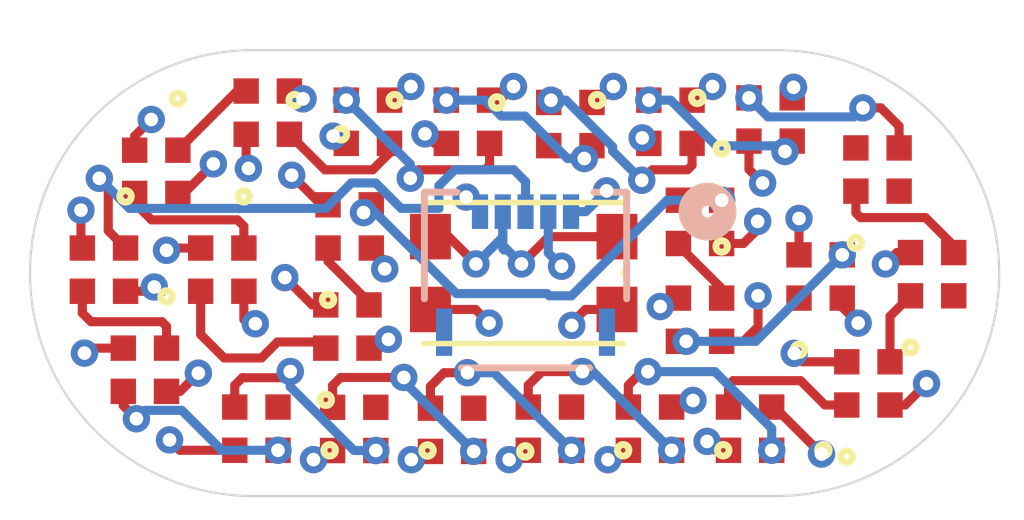
<source format=kicad_pcb>
(kicad_pcb (version 20241229) (generator "pcbnew") (generator_version "9.0")
  (layers (0 "F.Cu" signal) (4 "In1.Cu" signal) (6 "In2.Cu" signal) (2 "B.Cu" signal) (13 "F.Paste" user) (15 "B.Paste" user) (5 "F.SilkS" user "F.Silkscreen") (7 "B.SilkS" user "B.Silkscreen") (1 "F.Mask" user) (3 "B.Mask" user) (25 "Edge.Cuts" user))
  (net 0 "")
  (net 1 "GND")
  (net 2 "+3.3V")
  (net 3 "Net-(D1-DOUT)")
  (net 4 "/LED_DATA")
  (net 5 "Net-(D2-DOUT)")
  (net 6 "Net-(D4-DOUT)")
  (net 7 "Net-(D5-DOUT)")
  (net 8 "Net-(D6-DOUT)")
  (net 9 "Net-(D7-DOUT)")
  (net 10 "Net-(D8-DOUT)")
  (net 11 "Net-(D10-DIN)")
  (net 12 "Net-(D10-DOUT)")
  (net 13 "Net-(D11-DOUT)")
  (net 14 "Net-(D12-DOUT)")
  (net 15 "Net-(D13-DOUT)")
  (net 16 "Net-(D14-DOUT)")
  (net 17 "Net-(D15-DOUT)")
  (net 18 "Net-(D16-DOUT)")
  (net 19 "Net-(D17-DOUT)")
  (net 20 "Net-(D18-DOUT)")
  (net 21 "Net-(D19-DOUT)")
  (net 22 "Net-(D20-DOUT)")
  (net 23 "Net-(D21-DOUT)")
  (net 24 "Net-(D22-DOUT)")
  (net 25 "Net-(D23-DOUT)")
  (net 26 "/BTN_SENSE")
  (net 27 "Net-(D3-DOUT)")
  (footprint "ANC_Parts:IPIXEL SK6805-E-J_ADA" (layer "F.Cu") (at 138.025 73.625 90)
    (property "Reference" "D10" (hide yes))
    (property "Value" "SK6805")
    (fp_circle (center -1.6104 -0.475) (end -1.4834 -0.475) (stroke (width 0.1524)) (fill no) (layer "F.SilkS"))
    (pad "1" smd rect (at -0.475 -0.475 90) (size 0.5588 0.5588) (layers "F.Cu" "F.Mask" "F.Paste") (net 11 "Net-(D10-DIN)"))
    (pad "2" smd rect (at -0.475 0.475 90) (size 0.5588 0.5588) (layers "F.Cu" "F.Mask" "F.Paste") (net 2 "+3.3V"))
    (pad "3" smd rect (at 0.475 0.475 90) (size 0.5588 0.5588) (layers "F.Cu" "F.Mask" "F.Paste") (net 12 "Net-(D10-DOUT)"))
    (pad "4" smd rect (at 0.475 -0.475 90) (size 0.5588 0.5588) (layers "F.Cu" "F.Mask" "F.Paste") (net 1 "GND"))
  )
  (footprint "ANC_Parts:IPIXEL SK6805-E-J_ADA" (layer "F.Cu") (at 132.925 72.475 -90)
    (property "Reference" "D22" (hide yes))
    (property "Value" "SK6805")
    (fp_circle (center -1.6104 -0.475) (end -1.4834 -0.475) (stroke (width 0.1524)) (fill no) (layer "F.SilkS"))
    (pad "1" smd rect (at -0.475 -0.475 270) (size 0.5588 0.5588) (layers "F.Cu" "F.Mask" "F.Paste") (net 23 "Net-(D21-DOUT)"))
    (pad "2" smd rect (at -0.475 0.475 270) (size 0.5588 0.5588) (layers "F.Cu" "F.Mask" "F.Paste") (net 2 "+3.3V"))
    (pad "3" smd rect (at 0.475 0.475 270) (size 0.5588 0.5588) (layers "F.Cu" "F.Mask" "F.Paste") (net 24 "Net-(D22-DOUT)"))
    (pad "4" smd rect (at 0.475 -0.475 270) (size 0.5588 0.5588) (layers "F.Cu" "F.Mask" "F.Paste") (net 1 "GND"))
  )
  (footprint "ANC_Parts:IPIXEL SK6805-E-J_ADA" (layer "F.Cu") (at 134.025 77.019778 180)
    (property "Reference" "D8" (hide yes))
    (property "Value" "SK6805")
    (fp_circle (center -1.6104 -0.475) (end -1.4834 -0.475) (stroke (width 0.1524)) (fill no) (layer "F.SilkS"))
    (pad "1" smd rect (at -0.475 -0.475 180) (size 0.5588 0.5588) (layers "F.Cu" "F.Mask" "F.Paste") (net 9 "Net-(D7-DOUT)"))
    (pad "2" smd rect (at -0.475 0.475 180) (size 0.5588 0.5588) (layers "F.Cu" "F.Mask" "F.Paste") (net 2 "+3.3V"))
    (pad "3" smd rect (at 0.475 0.475 180) (size 0.5588 0.5588) (layers "F.Cu" "F.Mask" "F.Paste") (net 10 "Net-(D8-DOUT)"))
    (pad "4" smd rect (at 0.475 -0.475 180) (size 0.5588 0.5588) (layers "F.Cu" "F.Mask" "F.Paste") (net 1 "GND"))
  )
  (footprint "ANC_Parts:IPIXEL SK6805-E-J_ADA" (layer "F.Cu") (at 120.725 75.725 -90)
    (property "Reference" "D2" (hide yes))
    (property "Value" "SK6805")
    (fp_circle (center -1.6104 -0.475) (end -1.4834 -0.475) (stroke (width 0.1524)) (fill no) (layer "F.SilkS"))
    (pad "1" smd rect (at -0.475 -0.475 270) (size 0.5588 0.5588) (layers "F.Cu" "F.Mask" "F.Paste") (net 3 "Net-(D1-DOUT)"))
    (pad "2" smd rect (at -0.475 0.475 270) (size 0.5588 0.5588) (layers "F.Cu" "F.Mask" "F.Paste") (net 2 "+3.3V"))
    (pad "3" smd rect (at 0.475 0.475 270) (size 0.5588 0.5588) (layers "F.Cu" "F.Mask" "F.Paste") (net 5 "Net-(D2-DOUT)"))
    (pad "4" smd rect (at 0.475 -0.475 270) (size 0.5588 0.5588) (layers "F.Cu" "F.Mask" "F.Paste") (net 1 "GND"))
  )
  (footprint "ANC_Parts:IPIXEL SK6805-E-J_ADA" (layer "F.Cu") (at 120.975 71.375 -90)
    (property "Reference" "D18" (hide yes))
    (property "Value" "SK6805")
    (fp_circle (center -1.6104 -0.475) (end -1.4834 -0.475) (stroke (width 0.1524)) (fill no) (layer "F.SilkS"))
    (pad "1" smd rect (at -0.475 -0.475 270) (size 0.5588 0.5588) (layers "F.Cu" "F.Mask" "F.Paste") (net 19 "Net-(D17-DOUT)"))
    (pad "2" smd rect (at -0.475 0.475 270) (size 0.5588 0.5588) (layers "F.Cu" "F.Mask" "F.Paste") (net 2 "+3.3V"))
    (pad "3" smd rect (at 0.475 0.475 270) (size 0.5588 0.5588) (layers "F.Cu" "F.Mask" "F.Paste") (net 20 "Net-(D18-DOUT)"))
    (pad "4" smd rect (at 0.475 -0.475 270) (size 0.5588 0.5588) (layers "F.Cu" "F.Mask" "F.Paste") (net 1 "GND"))
  )
  (footprint "ANC_Parts:IPIXEL SK6805-E-J_ADA" (layer "F.Cu") (at 132.925 74.625 -90)
    (property "Reference" "D23" (hide yes))
    (property "Value" "SK6805")
    (fp_circle (center -1.6104 -0.475) (end -1.4834 -0.475) (stroke (width 0.1524)) (fill no) (layer "F.SilkS"))
    (pad "1" smd rect (at -0.475 -0.475 270) (size 0.5588 0.5588) (layers "F.Cu" "F.Mask" "F.Paste") (net 24 "Net-(D22-DOUT)"))
    (pad "2" smd rect (at -0.475 0.475 270) (size 0.5588 0.5588) (layers "F.Cu" "F.Mask" "F.Paste") (net 2 "+3.3V"))
    (pad "3" smd rect (at 0.475 0.475 270) (size 0.5588 0.5588) (layers "F.Cu" "F.Mask" "F.Paste") (net 25 "Net-(D23-DOUT)"))
    (pad "4" smd rect (at 0.475 -0.475 270) (size 0.5588 0.5588) (layers "F.Cu" "F.Mask" "F.Paste") (net 1 "GND"))
  )
  (footprint "ANC_Parts:IPIXEL SK6805-E-J_ADA" (layer "F.Cu") (at 131.825 77.019778 180)
    (property "Reference" "D7" (hide yes))
    (property "Value" "SK6805")
    (fp_circle (center -1.6104 -0.475) (end -1.4834 -0.475) (stroke (width 0.1524)) (fill no) (layer "F.SilkS"))
    (pad "1" smd rect (at -0.475 -0.475 180) (size 0.5588 0.5588) (layers "F.Cu" "F.Mask" "F.Paste") (net 8 "Net-(D6-DOUT)"))
    (pad "2" smd rect (at -0.475 0.475 180) (size 0.5588 0.5588) (layers "F.Cu" "F.Mask" "F.Paste") (net 2 "+3.3V"))
    (pad "3" smd rect (at 0.475 0.475 180) (size 0.5588 0.5588) (layers "F.Cu" "F.Mask" "F.Paste") (net 9 "Net-(D7-DOUT)"))
    (pad "4" smd rect (at 0.475 -0.475 180) (size 0.5588 0.5588) (layers "F.Cu" "F.Mask" "F.Paste") (net 1 "GND"))
  )
  (footprint "ANC_Parts:IPIXEL SK6805-E-J_ADA" (layer "F.Cu") (at 125.225 72.575 90)
    (property "Reference" "D21" (hide yes))
    (property "Value" "SK6805")
    (fp_circle (center -1.6104 -0.475) (end -1.4834 -0.475) (stroke (width 0.1524)) (fill no) (layer "F.SilkS"))
    (pad "1" smd rect (at -0.475 -0.475 90) (size 0.5588 0.5588) (layers "F.Cu" "F.Mask" "F.Paste") (net 22 "Net-(D20-DOUT)"))
    (pad "2" smd rect (at -0.475 0.475 90) (size 0.5588 0.5588) (layers "F.Cu" "F.Mask" "F.Paste") (net 2 "+3.3V"))
    (pad "3" smd rect (at 0.475 0.475 90) (size 0.5588 0.5588) (layers "F.Cu" "F.Mask" "F.Paste") (net 23 "Net-(D21-DOUT)"))
    (pad "4" smd rect (at 0.475 -0.475 90) (size 0.5588 0.5588) (layers "F.Cu" "F.Mask" "F.Paste") (net 1 "GND"))
  )
  (footprint "ANC_Parts:IPIXEL SK6805-E-J_ADA" (layer "F.Cu") (at 136.625 76.025 90)
    (property "Reference" "D9" (hide yes))
    (property "Value" "SK6805")
    (fp_circle (center -1.6104 -0.475) (end -1.4834 -0.475) (stroke (width 0.1524)) (fill no) (layer "F.SilkS"))
    (pad "1" smd rect (at -0.475 -0.475 90) (size 0.5588 0.5588) (layers "F.Cu" "F.Mask" "F.Paste") (net 10 "Net-(D8-DOUT)"))
    (pad "2" smd rect (at -0.475 0.475 90) (size 0.5588 0.5588) (layers "F.Cu" "F.Mask" "F.Paste") (net 2 "+3.3V"))
    (pad "3" smd rect (at 0.475 0.475 90) (size 0.5588 0.5588) (layers "F.Cu" "F.Mask" "F.Paste") (net 11 "Net-(D10-DIN)"))
    (pad "4" smd rect (at 0.475 -0.475 90) (size 0.5588 0.5588) (layers "F.Cu" "F.Mask" "F.Paste") (net 1 "GND"))
  )
  (footprint "ANC_Parts:IPIXEL SK6805-E-J_ADA" (layer "F.Cu") (at 132.275 70.275)
    (property "Reference" "D13" (hide yes))
    (property "Value" "SK6805")
    (fp_circle (center -1.6104 -0.475) (end -1.4834 -0.475) (stroke (width 0.1524)) (fill no) (layer "F.SilkS"))
    (pad "1" smd rect (at -0.475 -0.475) (size 0.5588 0.5588) (layers "F.Cu" "F.Mask" "F.Paste") (net 14 "Net-(D12-DOUT)"))
    (pad "2" smd rect (at -0.475 0.475) (size 0.5588 0.5588) (layers "F.Cu" "F.Mask" "F.Paste") (net 2 "+3.3V"))
    (pad "3" smd rect (at 0.475 0.475) (size 0.5588 0.5588) (layers "F.Cu" "F.Mask" "F.Paste") (net 15 "Net-(D13-DOUT)"))
    (pad "4" smd rect (at 0.475 -0.475) (size 0.5588 0.5588) (layers "F.Cu" "F.Mask" "F.Paste") (net 1 "GND"))
  )
  (footprint "ANC_Parts:IPIXEL SK6805-E-J_ADA" (layer "F.Cu") (at 123.175 77.019778 180)
    (property "Reference" "D3" (hide yes))
    (property "Value" "SK6805")
    (fp_circle (center -1.6104 -0.475) (end -1.4834 -0.475) (stroke (width 0.1524)) (fill no) (layer "F.SilkS"))
    (pad "1" smd rect (at -0.475 -0.475 180) (size 0.5588 0.5588) (layers "F.Cu" "F.Mask" "F.Paste") (net 5 "Net-(D2-DOUT)"))
    (pad "2" smd rect (at -0.475 0.475 180) (size 0.5588 0.5588) (layers "F.Cu" "F.Mask" "F.Paste") (net 2 "+3.3V"))
    (pad "3" smd rect (at 0.475 0.475 180) (size 0.5588 0.5588) (layers "F.Cu" "F.Mask" "F.Paste") (net 27 "Net-(D3-DOUT)"))
    (pad "4" smd rect (at 0.475 -0.475 180) (size 0.5588 0.5588) (layers "F.Cu" "F.Mask" "F.Paste") (net 1 "GND"))
  )
  (footprint "ANC_Parts:IPIXEL SK6805-E-J_ADA" (layer "F.Cu") (at 134.475 70.225)
    (property "Reference" "D12" (hide yes))
    (property "Value" "SK6805")
    (fp_circle (center -1.6104 -0.475) (end -1.4834 -0.475) (stroke (width 0.1524)) (fill no) (layer "F.SilkS"))
    (pad "1" smd rect (at -0.475 -0.475) (size 0.5588 0.5588) (layers "F.Cu" "F.Mask" "F.Paste") (net 13 "Net-(D11-DOUT)"))
    (pad "2" smd rect (at -0.475 0.475) (size 0.5588 0.5588) (layers "F.Cu" "F.Mask" "F.Paste") (net 2 "+3.3V"))
    (pad "3" smd rect (at 0.475 0.475) (size 0.5588 0.5588) (layers "F.Cu" "F.Mask" "F.Paste") (net 14 "Net-(D12-DOUT)"))
    (pad "4" smd rect (at 0.475 -0.475) (size 0.5588 0.5588) (layers "F.Cu" "F.Mask" "F.Paste") (net 1 "GND"))
  )
  (footprint "ANC_Parts:IPIXEL SK6805-E-J_ADA" (layer "F.Cu") (at 125.175 74.775 90)
    (property "Reference" "D20" (hide yes))
    (property "Value" "SK6805")
    (fp_circle (center -1.6104 -0.475) (end -1.4834 -0.475) (stroke (width 0.1524)) (fill no) (layer "F.SilkS"))
    (pad "1" smd rect (at -0.475 -0.475 90) (size 0.5588 0.5588) (layers "F.Cu" "F.Mask" "F.Paste") (net 21 "Net-(D19-DOUT)"))
    (pad "2" smd rect (at -0.475 0.475 90) (size 0.5588 0.5588) (layers "F.Cu" "F.Mask" "F.Paste") (net 2 "+3.3V"))
    (pad "3" smd rect (at 0.475 0.475 90) (size 0.5588 0.5588) (layers "F.Cu" "F.Mask" "F.Paste") (net 22 "Net-(D20-DOUT)"))
    (pad "4" smd rect (at 0.475 -0.475 90) (size 0.5588 0.5588) (layers "F.Cu" "F.Mask" "F.Paste") (net 1 "GND"))
  )
  (footprint "Button_Switch_SMD:SW_Push_1P1T_NO_CK_KMR2" (layer "F.Cu") (at 129.05 73.6)
    (property "Reference" "SW1" (hide yes))
    (property "Value" "SW_Push")
    (fp_line (start -2.2 0.05) (end -2.2 -0.05) (stroke (width 0.12)) (layer "F.SilkS"))
    (fp_line (start -2.2 1.55) (end 2.2 1.55) (stroke (width 0.12)) (layer "F.SilkS"))
    (fp_line (start 2.2 -1.55) (end -2.2 -1.55) (stroke (width 0.12)) (layer "F.SilkS"))
    (fp_line (start 2.2 0.05) (end 2.2 -0.05) (stroke (width 0.12)) (layer "F.SilkS"))
    (pad "1" smd rect (at -2.05 -0.8) (size 0.9 1) (layers "F.Cu" "F.Mask" "F.Paste") (net 26 "/BTN_SENSE"))
    (pad "1" smd rect (at 2.05 -0.8) (size 0.9 1) (layers "F.Cu" "F.Mask" "F.Paste") (net 26 "/BTN_SENSE"))
    (pad "2" smd rect (at -2.05 0.8) (size 0.9 1) (layers "F.Cu" "F.Mask" "F.Paste") (net 1 "GND"))
    (pad "2" smd rect (at 2.05 0.8) (size 0.9 1) (layers "F.Cu" "F.Mask" "F.Paste") (net 1 "GND"))
  )
  (footprint "ANC_Parts:IPIXEL SK6805-E-J_ADA" (layer "F.Cu") (at 125.625 70.275)
    (property "Reference" "D16" (hide yes))
    (property "Value" "SK6805")
    (fp_circle (center -1.6104 -0.475) (end -1.4834 -0.475) (stroke (width 0.1524)) (fill no) (layer "F.SilkS"))
    (pad "1" smd rect (at -0.475 -0.475) (size 0.5588 0.5588) (layers "F.Cu" "F.Mask" "F.Paste") (net 17 "Net-(D15-DOUT)"))
    (pad "2" smd rect (at -0.475 0.475) (size 0.5588 0.5588) (layers "F.Cu" "F.Mask" "F.Paste") (net 2 "+3.3V"))
    (pad "3" smd rect (at 0.475 0.475) (size 0.5588 0.5588) (layers "F.Cu" "F.Mask" "F.Paste") (net 18 "Net-(D16-DOUT)"))
    (pad "4" smd rect (at 0.475 -0.475) (size 0.5588 0.5588) (layers "F.Cu" "F.Mask" "F.Paste") (net 1 "GND"))
  )
  (footprint "ANC_Parts:IPIXEL SK6805-E-J_ADA" (layer "F.Cu") (at 122.425 73.525 -90)
    (property "Reference" "D19" (hide yes))
    (property "Value" "SK6805")
    (fp_circle (center -1.6104 -0.475) (end -1.4834 -0.475) (stroke (width 0.1524)) (fill no) (layer "F.SilkS"))
    (pad "1" smd rect (at -0.475 -0.475 270) (size 0.5588 0.5588) (layers "F.Cu" "F.Mask" "F.Paste") (net 20 "Net-(D18-DOUT)"))
    (pad "2" smd rect (at -0.475 0.475 270) (size 0.5588 0.5588) (layers "F.Cu" "F.Mask" "F.Paste") (net 2 "+3.3V"))
    (pad "3" smd rect (at 0.475 0.475 270) (size 0.5588 0.5588) (layers "F.Cu" "F.Mask" "F.Paste") (net 21 "Net-(D19-DOUT)"))
    (pad "4" smd rect (at 0.475 -0.475 270) (size 0.5588 0.5588) (layers "F.Cu" "F.Mask" "F.Paste") (net 1 "GND"))
  )
  (footprint "ANC_Parts:IPIXEL SK6805-E-J_ADA" (layer "F.Cu") (at 123.425 70.075 180)
    (property "Reference" "D17" (hide yes))
    (property "Value" "SK6805")
    (fp_circle (center -1.6104 -0.475) (end -1.4834 -0.475) (stroke (width 0.1524)) (fill no) (layer "F.SilkS"))
    (pad "1" smd rect (at -0.475 -0.475 180) (size 0.5588 0.5588) (layers "F.Cu" "F.Mask" "F.Paste") (net 18 "Net-(D16-DOUT)"))
    (pad "2" smd rect (at -0.475 0.475 180) (size 0.5588 0.5588) (layers "F.Cu" "F.Mask" "F.Paste") (net 2 "+3.3V"))
    (pad "3" smd rect (at 0.475 0.475 180) (size 0.5588 0.5588) (layers "F.Cu" "F.Mask" "F.Paste") (net 19 "Net-(D17-DOUT)"))
    (pad "4" smd rect (at 0.475 -0.475 180) (size 0.5588 0.5588) (layers "F.Cu" "F.Mask" "F.Paste") (net 1 "GND"))
  )
  (footprint "ANC_Parts:IPIXEL SK6805-E-J_ADA" (layer "F.Cu") (at 136.825 71.325 90)
    (property "Reference" "D11" (hide yes))
    (property "Value" "SK6805")
    (fp_circle (center -1.6104 -0.475) (end -1.4834 -0.475) (stroke (width 0.1524)) (fill no) (layer "F.SilkS"))
    (pad "1" smd rect (at -0.475 -0.475 90) (size 0.5588 0.5588) (layers "F.Cu" "F.Mask" "F.Paste") (net 12 "Net-(D10-DOUT)"))
    (pad "2" smd rect (at -0.475 0.475 90) (size 0.5588 0.5588) (layers "F.Cu" "F.Mask" "F.Paste") (net 2 "+3.3V"))
    (pad "3" smd rect (at 0.475 0.475 90) (size 0.5588 0.5588) (layers "F.Cu" "F.Mask" "F.Paste") (net 13 "Net-(D11-DOUT)"))
    (pad "4" smd rect (at 0.475 -0.475 90) (size 0.5588 0.5588) (layers "F.Cu" "F.Mask" "F.Paste") (net 1 "GND"))
  )
  (footprint "ANC_Parts:IPIXEL SK6805-E-J_ADA" (layer "F.Cu") (at 129.625 77.019778 180)
    (property "Reference" "D6" (hide yes))
    (property "Value" "SK6805")
    (fp_circle (center -1.6104 -0.475) (end -1.4834 -0.475) (stroke (width 0.1524)) (fill no) (layer "F.SilkS"))
    (pad "1" smd rect (at -0.475 -0.475 180) (size 0.5588 0.5588) (layers "F.Cu" "F.Mask" "F.Paste") (net 7 "Net-(D5-DOUT)"))
    (pad "2" smd rect (at -0.475 0.475 180) (size 0.5588 0.5588) (layers "F.Cu" "F.Mask" "F.Paste") (net 2 "+3.3V"))
    (pad "3" smd rect (at 0.475 0.475 180) (size 0.5588 0.5588) (layers "F.Cu" "F.Mask" "F.Paste") (net 8 "Net-(D6-DOUT)"))
    (pad "4" smd rect (at 0.475 -0.475 180) (size 0.5588 0.5588) (layers "F.Cu" "F.Mask" "F.Paste") (net 1 "GND"))
  )
  (footprint "ANC_Parts:IPIXEL SK6805-E-J_ADA" (layer "F.Cu") (at 119.825 73.525 -90)
    (property "Reference" "D1" (hide yes))
    (property "Value" "SK6805")
    (fp_circle (center -1.6104 -0.475) (end -1.4834 -0.475) (stroke (width 0.1524)) (fill no) (layer "F.SilkS"))
    (pad "1" smd rect (at -0.475 -0.475 270) (size 0.5588 0.5588) (layers "F.Cu" "F.Mask" "F.Paste") (net 4 "/LED_DATA"))
    (pad "2" smd rect (at -0.475 0.475 270) (size 0.5588 0.5588) (layers "F.Cu" "F.Mask" "F.Paste") (net 2 "+3.3V"))
    (pad "3" smd rect (at 0.475 0.475 270) (size 0.5588 0.5588) (layers "F.Cu" "F.Mask" "F.Paste") (net 3 "Net-(D1-DOUT)"))
    (pad "4" smd rect (at 0.475 -0.475 270) (size 0.5588 0.5588) (layers "F.Cu" "F.Mask" "F.Paste") (net 1 "GND"))
  )
  (footprint "ANC_Parts:IPIXEL SK6805-E-J_ADA" (layer "F.Cu") (at 127.825 70.275)
    (property "Reference" "D15" (hide yes))
    (property "Value" "SK6805")
    (fp_circle (center -1.6104 -0.475) (end -1.4834 -0.475) (stroke (width 0.1524)) (fill no) (layer "F.SilkS"))
    (pad "1" smd rect (at -0.475 -0.475) (size 0.5588 0.5588) (layers "F.Cu" "F.Mask" "F.Paste") (net 16 "Net-(D14-DOUT)"))
    (pad "2" smd rect (at -0.475 0.475) (size 0.5588 0.5588) (layers "F.Cu" "F.Mask" "F.Paste") (net 2 "+3.3V"))
    (pad "3" smd rect (at 0.475 0.475) (size 0.5588 0.5588) (layers "F.Cu" "F.Mask" "F.Paste") (net 17 "Net-(D15-DOUT)"))
    (pad "4" smd rect (at 0.475 -0.475) (size 0.5588 0.5588) (layers "F.Cu" "F.Mask" "F.Paste") (net 1 "GND"))
  )
  (footprint "ANC_Parts:IPIXEL SK6805-E-J_ADA" (layer "F.Cu") (at 127.475 77.044202 180)
    (property "Reference" "D5" (hide yes))
    (property "Value" "SK6805")
    (fp_circle (center -1.6104 -0.475) (end -1.4834 -0.475) (stroke (width 0.1524)) (fill no) (layer "F.SilkS"))
    (pad "1" smd rect (at -0.475 -0.475 180) (size 0.5588 0.5588) (layers "F.Cu" "F.Mask" "F.Paste") (net 6 "Net-(D4-DOUT)"))
    (pad "2" smd rect (at -0.475 0.475 180) (size 0.5588 0.5588) (layers "F.Cu" "F.Mask" "F.Paste") (net 2 "+3.3V"))
    (pad "3" smd rect (at 0.475 0.475 180) (size 0.5588 0.5588) (layers "F.Cu" "F.Mask" "F.Paste") (net 7 "Net-(D5-DOUT)"))
    (pad "4" smd rect (at 0.475 -0.475 180) (size 0.5588 0.5588) (layers "F.Cu" "F.Mask" "F.Paste") (net 1 "GND"))
  )
  (footprint "ANC_Parts:IPIXEL SK6805-E-J_ADA" (layer "F.Cu") (at 135.575 73.675 90)
    (property "Reference" "D24" (hide yes))
    (property "Value" "SK6805")
    (fp_circle (center -1.6104 -0.475) (end -1.4834 -0.475) (stroke (width 0.1524)) (fill no) (layer "F.SilkS"))
    (pad "1" smd rect (at -0.475 -0.475 90) (size 0.5588 0.5588) (layers "F.Cu" "F.Mask" "F.Paste"))
    (pad "2" smd rect (at -0.475 0.475 90) (size 0.5588 0.5588) (layers "F.Cu" "F.Mask" "F.Paste") (net 2 "+3.3V"))
    (pad "3" smd rect (at 0.475 0.475 90) (size 0.5588 0.5588) (layers "F.Cu" "F.Mask" "F.Paste") (net 25 "Net-(D23-DOUT)"))
    (pad "4" smd rect (at 0.475 -0.475 90) (size 0.5588 0.5588) (layers "F.Cu" "F.Mask" "F.Paste") (net 1 "GND"))
  )
  (footprint "ANC_Parts:IPIXEL SK6805-E-J_ADA" (layer "F.Cu") (at 125.325 77.025 180)
    (property "Reference" "D4" (hide yes))
    (property "Value" "SK6805")
    (fp_circle (center -1.6104 -0.475) (end -1.4834 -0.475) (stroke (width 0.1524)) (fill no) (layer "F.SilkS"))
    (pad "1" smd rect (at -0.475 -0.475 180) (size 0.5588 0.5588) (layers "F.Cu" "F.Mask" "F.Paste") (net 27 "Net-(D3-DOUT)"))
    (pad "2" smd rect (at -0.475 0.475 180) (size 0.5588 0.5588) (layers "F.Cu" "F.Mask" "F.Paste") (net 2 "+3.3V"))
    (pad "3" smd rect (at 0.475 0.475 180) (size 0.5588 0.5588) (layers "F.Cu" "F.Mask" "F.Paste") (net 6 "Net-(D4-DOUT)"))
    (pad "4" smd rect (at 0.475 -0.475 180) (size 0.5588 0.5588) (layers "F.Cu" "F.Mask" "F.Paste") (net 1 "GND"))
  )
  (footprint "ANC_Parts:IPIXEL SK6805-E-J_ADA" (layer "F.Cu") (at 130.075 70.325)
    (property "Reference" "D14" (hide yes))
    (property "Value" "SK6805")
    (fp_circle (center -1.6104 -0.475) (end -1.4834 -0.475) (stroke (width 0.1524)) (fill no) (layer "F.SilkS"))
    (pad "1" smd rect (at -0.475 -0.475) (size 0.5588 0.5588) (layers "F.Cu" "F.Mask" "F.Paste") (net 15 "Net-(D13-DOUT)"))
    (pad "2" smd rect (at -0.475 0.475) (size 0.5588 0.5588) (layers "F.Cu" "F.Mask" "F.Paste") (net 2 "+3.3V"))
    (pad "3" smd rect (at 0.475 0.475) (size 0.5588 0.5588) (layers "F.Cu" "F.Mask" "F.Paste") (net 16 "Net-(D14-DOUT)"))
    (pad "4" smd rect (at 0.475 -0.475) (size 0.5588 0.5588) (layers "F.Cu" "F.Mask" "F.Paste") (net 1 "GND"))
  )
  (footprint "ANC_Parts:CONN_503480-0540_MOL" (layer "B.Cu") (at 129.090001 73.7534 180)
    (property "Reference" "J2" (hide yes))
    (property "Value" "Conn_01x06_Socket" (hide yes))
    (fp_circle (center -4.0005 1.5034) (end -3.6195 1.5034) (stroke (width 0.508)) (fill no) (layer "F.SilkS"))
    (fp_line (start 2.2225 1.9304) (end 1.507346 1.9304) (stroke (width 0.1524)) (layer "B.SilkS"))
    (fp_line (start 2.2225 -0.411786) (end 2.2225 1.9304) (stroke (width 0.1524)) (layer "B.SilkS"))
    (fp_line (start -1.408501 -1.9304) (end 1.408501 -1.9304) (stroke (width 0.1524)) (layer "B.SilkS"))
    (fp_line (start -1.507346 1.9304) (end -2.2225 1.9304) (stroke (width 0.1524)) (layer "B.SilkS"))
    (fp_line (start -2.2225 1.9304) (end -2.2225 -0.411786) (stroke (width 0.1524)) (layer "B.SilkS"))
    (fp_circle (center -4.0005 1.5034) (end -3.6195 1.5034) (stroke (width 0.508)) (fill no) (layer "B.SilkS"))
    (pad "1" smd rect (at -1.000001 1.5034 180) (size 0.3556 0.762) (layers "B.Cu" "B.Mask" "B.Paste") (net 2 "+3.3V"))
    (pad "2" smd rect (at -0.499999 1.5034 180) (size 0.3556 0.762) (layers "B.Cu" "B.Mask" "B.Paste") (net 1 "GND"))
    (pad "3" smd rect (at 0 1.5034 180) (size 0.3556 0.762) (layers "B.Cu" "B.Mask" "B.Paste") (net 4 "/LED_DATA"))
    (pad "4" smd rect (at 0.499999 1.5034 180) (size 0.3556 0.762) (layers "B.Cu" "B.Mask" "B.Paste") (net 26 "/BTN_SENSE"))
    (pad "5" smd rect (at 1.000001 1.5034 180) (size 0.3556 0.762) (layers "B.Cu" "B.Mask" "B.Paste") (net 1 "GND"))
    (pad "6" smd rect (at -1.790001 -1.1466 180) (size 0.3556 1.0414) (layers "B.Cu" "B.Mask" "B.Paste"))
    (pad "7" smd rect (at 1.790001 -1.1466 180) (size 0.3556 1.0414) (layers "B.Cu" "B.Mask" "B.Paste"))
  )
  (gr_line (start 123.1 68.7) (end 134.6 68.7) (stroke (width 0.05)) (layer "Edge.Cuts"))
  (gr_line (start 134.6 78.5) (end 123.1 78.5) (stroke (width 0.05)) (layer "Edge.Cuts"))
  (gr_arc (start 123.1 78.5) (mid 118.2 73.6) (end 123.1 68.7) (stroke (width 0.05)) (layer "Edge.Cuts"))
  (gr_arc (start 134.6 68.7) (mid 139.5 73.6) (end 134.6 78.5) (stroke (width 0.05)) (layer "Edge.Cuts"))
  (segment (start 122.9 74) (end 122.9 74.619538) (width 0.2) (layer "F.Cu") (net 1))
  (segment (start 133.4 72.95) (end 133.8794 72.95) (width 0.2) (layer "F.Cu") (net 1))
  (segment (start 121.2 76.2) (end 121.5 76.2) (width 0.2) (layer "F.Cu") (net 1))
  (segment (start 134.95 69.75) (end 134.95 69.547382) (width 0.2) (layer "F.Cu") (net 1))
  (segment (start 124.7 74.3) (end 124.4 74.3) (width 0.2) (layer "F.Cu") (net 1))
  (segment (start 135.1 73.2) (end 135.1 72.4) (width 0.2) (layer "F.Cu") (net 1))
  (segment (start 126.7602 77.519202) (end 126.579402 77.7) (width 0.2) (layer "F.Cu") (net 1))
  (segment (start 134.191662 72.637738) (end 134.191662 72.465181) (width 0.2) (layer "F.Cu") (net 1))
  (segment (start 136.15 75.55) (end 135.181038 75.55) (width 0.2) (layer "F.Cu") (net 1))
  (segment (start 127 74.4) (end 127.990737 74.4) (width 0.2) (layer "F.Cu") (net 1))
  (segment (start 134.95 69.547382) (end 134.979755 69.517627) (width 0.2) (layer "F.Cu") (net 1))
  (segment (start 131.1 74.4) (end 130.404487 74.4) (width 0.2) (layer "F.Cu") (net 1))
  (segment (start 132.75 69.8) (end 132.9 69.8) (width 0.2) (layer "F.Cu") (net 1))
  (segment (start 132.9 69.8) (end 133.2 69.5) (width 0.2) (layer "F.Cu") (net 1))
  (segment (start 131.105222 77.494778) (end 130.9 77.7) (width 0.2) (layer "F.Cu") (net 1))
  (segment (start 131.35 77.494778) (end 131.105222 77.494778) (width 0.2) (layer "F.Cu") (net 1))
  (segment (start 135.181038 75.55) (end 134.995416 75.364378) (width 0.2) (layer "F.Cu") (net 1))
  (segment (start 122.95 70.55) (end 122.95 71.25) (width 0.2) (layer "F.Cu") (net 1))
  (segment (start 124.75 72.1) (end 124.60147 72.1) (width 0.2) (layer "F.Cu") (net 1))
  (segment (start 122.993838 74.713376) (end 123.151592 74.713376) (width 0.2) (layer "F.Cu") (net 1))
  (segment (start 137.25 73.15) (end 137 73.4) (width 0.2) (layer "F.Cu") (net 1))
  (segment (start 130.671023 69.85) (end 131.021023 69.5) (width 0.2) (layer "F.Cu") (net 1))
  (segment (start 120.837411 74) (end 120.931072 73.906339) (width 0.2) (layer "F.Cu") (net 1))
  (segment (start 121.580189 71.85) (end 122.228923 71.201266) (width 0.2) (layer "F.Cu") (net 1))
  (segment (start 127 77.519202) (end 126.7602 77.519202) (width 0.2) (layer "F.Cu") (net 1))
  (segment (start 124.629402 77.5) (end 124.429402 77.7) (width 0.2) (layer "F.Cu") (net 1))
  (segment (start 137.55 73.15) (end 137.25 73.15) (width 0.2) (layer "F.Cu") (net 1))
  (segment (start 121.45 71.85) (end 121.580189 71.85) (width 0.2) (layer "F.Cu") (net 1))
  (segment (start 122.9 74.619538) (end 122.993838 74.713376) (width 0.2) (layer "F.Cu") (net 1))
  (segment (start 122.95 71.25) (end 123 71.3) (width 0.2) (layer "F.Cu") (net 1))
  (segment (start 133.8794 72.95) (end 134.191662 72.637738) (width 0.2) (layer "F.Cu") (net 1))
  (segment (start 133.8794 75.1) (end 134.2 74.7794) (width 0.2) (layer "F.Cu") (net 1))
  (segment (start 126.271023 69.8) (end 126.571023 69.5) (width 0.2) (layer "F.Cu") (net 1))
  (segment (start 130.404487 74.4) (end 130.106326 74.698161) (width 0.2) (layer "F.Cu") (net 1))
  (segment (start 128.934624 77.494778) (end 128.729402 77.7) (width 0.2) (layer "F.Cu") (net 1))
  (segment (start 134.2 74.7794) (end 134.2 74.1) (width 0.2) (layer "F.Cu") (net 1))
  (segment (start 133.55 77.494778) (end 133.27418 77.494778) (width 0.2) (layer "F.Cu") (net 1))
  (segment (start 127.990737 74.4) (end 128.290393 74.699656) (width 0.2) (layer "F.Cu") (net 1))
  (segment (start 128.3 69.8) (end 128.52561 69.8) (width 0.2) (layer "F.Cu") (net 1))
  (segment (start 133.4 75.1) (end 133.8794 75.1) (width 0.2) (layer "F.Cu") (net 1))
  (segment (start 129.15 77.494778) (end 128.934624 77.494778) (width 0.2) (layer "F.Cu") (net 1))
  (segment (start 120.3 74) (end 120.837411 74) (width 0.2) (layer "F.Cu") (net 1))
  (segment (start 128.52561 69.8) (end 128.82561 69.5) (width 0.2) (layer "F.Cu") (net 1))
  (segment (start 122.7 77.494778) (end 121.494055 77.494778) (width 0.2) (layer "F.Cu") (net 1))
  (segment (start 126.1 69.8) (end 126.271023 69.8) (width 0.2) (layer "F.Cu") (net 1))
  (segment (start 121.5 76.2) (end 121.9 75.8) (width 0.2) (layer "F.Cu") (net 1))
  (segment (start 124.4 74.3) (end 123.8 73.7) (width 0.2) (layer "F.Cu") (net 1))
  (segment (start 130.55 69.85) (end 130.671023 69.85) (width 0.2) (layer "F.Cu") (net 1))
  (segment (start 121.494055 77.494778) (end 121.266426 77.267149) (width 0.2) (layer "F.Cu") (net 1))
  (segment (start 133.27418 77.494778) (end 133.079402 77.3) (width 0.2) (layer "F.Cu") (net 1))
  (segment (start 124.85 77.5) (end 124.629402 77.5) (width 0.2) (layer "F.Cu") (net 1))
  (segment (start 124.60147 72.1) (end 123.950735 71.449265) (width 0.2) (layer "F.Cu") (net 1))
  (segment (start 130.106326 74.698161) (end 130.106326 74.75) (width 0.2) (layer "F.Cu") (net 1))
  (via (at 123 71.3) (size 0.6) (drill 0.3) (layers "F.Cu" "B.Cu") (net 1))
  (via (at 121.266426 77.267149) (size 0.6) (drill 0.3) (layers "F.Cu" "B.Cu") (net 1))
  (via (at 134.995416 75.364378) (size 0.6) (drill 0.3) (layers "F.Cu" "B.Cu") (net 1))
  (via (at 127.786743 71.9304) (size 0.6) (drill 0.3) (layers "F.Cu" "B.Cu") (net 1))
  (via (at 121.9 75.8) (size 0.6) (drill 0.3) (layers "F.Cu" "B.Cu") (net 1))
  (via (at 137 73.4) (size 0.6) (drill 0.3) (layers "F.Cu" "B.Cu") (net 1))
  (via (at 120.931072 73.906339) (size 0.6) (drill 0.3) (layers "F.Cu" "B.Cu") (net 1))
  (via (at 133.2 69.5) (size 0.6) (drill 0.3) (layers "F.Cu" "B.Cu") (net 1))
  (via (at 123.8 73.7) (size 0.6) (drill 0.3) (layers "F.Cu" "B.Cu") (net 1))
  (via (at 123.950735 71.449265) (size 0.6) (drill 0.3) (layers "F.Cu" "B.Cu") (net 1))
  (via (at 126.579402 77.7) (size 0.6) (drill 0.3) (layers "F.Cu" "B.Cu") (net 1))
  (via (at 130.9 77.7) (size 0.6) (drill 0.3) (layers "F.Cu" "B.Cu") (net 1))
  (via (at 134.191662 72.465181) (size 0.6) (drill 0.3) (layers "F.Cu" "B.Cu") (net 1))
  (via (at 133.079402 77.3) (size 0.6) (drill 0.3) (layers "F.Cu" "B.Cu") (net 1))
  (via (at 124.429402 77.7) (size 0.6) (drill 0.3) (layers "F.Cu" "B.Cu") (net 1))
  (via (at 126.571023 69.5) (size 0.6) (drill 0.3) (layers "F.Cu" "B.Cu") (net 1))
  (via (at 128.729402 77.7) (size 0.6) (drill 0.3) (layers "F.Cu" "B.Cu") (net 1))
  (via (at 128.82561 69.5) (size 0.6) (drill 0.3) (layers "F.Cu" "B.Cu") (net 1))
  (via (at 122.228923 71.201266) (size 0.6) (drill 0.3) (layers "F.Cu" "B.Cu") (net 1))
  (via (at 129.882463 73.45) (size 0.6) (drill 0.3) (layers "F.Cu" "B.Cu") (net 1))
  (via (at 134.2 74.1) (size 0.6) (drill 0.3) (layers "F.Cu" "B.Cu") (net 1))
  (via (at 128.290393 74.699656) (size 0.6) (drill 0.3) (layers "F.Cu" "B.Cu") (net 1))
  (via (at 130.106326 74.75) (size 0.6) (drill 0.3) (layers "F.Cu" "B.Cu") (net 1))
  (via (at 135.1 72.4) (size 0.6) (drill 0.3) (layers "F.Cu" "B.Cu") (net 1))
  (via (at 134.979755 69.517627) (size 0.6) (drill 0.3) (layers "F.Cu" "B.Cu") (net 1))
  (via (at 123.151592 74.713376) (size 0.6) (drill 0.3) (layers "F.Cu" "B.Cu") (net 1))
  (via (at 131.021023 69.5) (size 0.6) (drill 0.3) (layers "F.Cu" "B.Cu") (net 1))
  (segment (start 128.09 72.233657) (end 127.786743 71.9304) (width 0.2) (layer "B.Cu") (net 1))
  (segment (start 129.59 72.25) (end 129.59 73.157537) (width 0.2) (layer "B.Cu") (net 1))
  (segment (start 129.59 73.157537) (end 129.882463 73.45) (width 0.2) (layer "B.Cu") (net 1))
  (segment (start 128.09 72.25) (end 128.09 72.233657) (width 0.2) (layer "B.Cu") (net 1))
  (segment (start 120.5 70.9) (end 120.5 70.589797) (width 0.2) (layer "F.Cu") (net 2))
  (segment (start 124.888 70.75) (end 124.860322 70.722322) (width 0.2) (layer "F.Cu") (net 2))
  (segment (start 119.3196 73.0196) (end 119.35 73.05) (width 0.2) (layer "F.Cu") (net 2))
  (segment (start 137.431966 76.5) (end 137.903167 76.028799) (width 0.2) (layer "F.Cu") (net 2))
  (segment (start 131.654069 70.736732) (end 131.654069 70.629402) (width 0.2) (layer "F.Cu") (net 2))
  (segment (start 125.995688 73.345688) (end 125.995688 73.508708) (width 0.2) (layer "F.Cu") (net 2))
  (segment (start 134 71.322534) (end 134.299514 71.622048) (width 0.2) (layer "F.Cu") (net 2))
  (segment (start 120.5 70.589797) (end 120.864722 70.225075) (width 0.2) (layer "F.Cu") (net 2))
  (segment (start 132.235361 74.15) (end 132.05 74.335361) (width 0.2) (layer "F.Cu") (net 2))
  (segment (start 136.05 74.15) (end 136.05 74.35) (width 0.2) (layer "F.Cu") (net 2))
  (segment (start 124.860322 70.722322) (end 124.860322 70.591083) (width 0.2) (layer "F.Cu") (net 2))
  (segment (start 121.25 73.05) (end 121.2 73.1) (width 0.2) (layer "F.Cu") (net 2))
  (segment (start 132.45 74.15) (end 132.235361 74.15) (width 0.2) (layer "F.Cu") (net 2))
  (segment (start 127.088003 70.75) (end 126.879402 70.541399) (width 0.2) (layer "F.Cu") (net 2))
  (segment (start 131.667337 70.75) (end 131.654069 70.736732) (width 0.2) (layer "F.Cu") (net 2))
  (segment (start 127.35 70.75) (end 127.088003 70.75) (width 0.2) (layer "F.Cu") (net 2))
  (segment (start 132.62582 76.544778) (end 132.770598 76.4) (width 0.2) (layer "F.Cu") (net 2))
  (segment (start 134.561592 76.544778) (end 135.594395 77.577581) (width 0.2) (layer "F.Cu") (net 2))
  (segment (start 119.505697 75.25) (end 119.396564 75.359133) (width 0.2) (layer "F.Cu") (net 2))
  (segment (start 131.8 70.75) (end 131.667337 70.75) (width 0.2) (layer "F.Cu") (net 2))
  (segment (start 134.5 76.544778) (end 134.561592 76.544778) (width 0.2) (layer "F.Cu") (net 2))
  (segment (start 124.030189 69.6) (end 124.201266 69.771077) (width 0.2) (layer "F.Cu") (net 2))
  (segment (start 137.1 76.5) (end 137.431966 76.5) (width 0.2) (layer "F.Cu") (net 2))
  (segment (start 125.65 75.25) (end 125.883063 75.25) (width 0.2) (layer "F.Cu") (net 2))
  (segment (start 125.7 73.05) (end 125.995688 73.345688) (width 0.2) (layer "F.Cu") (net 2))
  (segment (start 125.15 70.75) (end 124.888 70.75) (width 0.2) (layer "F.Cu") (net 2))
  (segment (start 121.95 73.05) (end 121.25 73.05) (width 0.2) (layer "F.Cu") (net 2))
  (segment (start 136.05 74.35) (end 136.4 74.7) (width 0.2) (layer "F.Cu") (net 2))
  (segment (start 134 70.7) (end 134 71.322534) (width 0.2) (layer "F.Cu") (net 2))
  (segment (start 123.9 69.6) (end 124.030189 69.6) (width 0.2) (layer "F.Cu") (net 2))
  (segment (start 132.3 76.544778) (end 132.62582 76.544778) (width 0.2) (layer "F.Cu") (net 2))
  (segment (start 125.883063 75.25) (end 126.075475 75.057588) (width 0.2) (layer "F.Cu") (net 2))
  (segment (start 119.3196 72.217046) (end 119.3196 73.0196) (width 0.2) (layer "F.Cu") (net 2))
  (segment (start 120.25 75.25) (end 119.505697 75.25) (width 0.2) (layer "F.Cu") (net 2))
  (via (at 135.594395 77.577581) (size 0.6) (drill 0.3) (layers "F.Cu" "B.Cu") (net 2))
  (via (at 126.075475 75.057588) (size 0.6) (drill 0.3) (layers "F.Cu" "B.Cu") (net 2))
  (via (at 130.872339 71.793783) (size 0.6) (drill 0.3) (layers "F.Cu" "B.Cu") (net 2))
  (via (at 132.770598 76.4) (size 0.6) (drill 0.3) (layers "F.Cu" "B.Cu") (net 2))
  (via (at 136.4 74.7) (size 0.6) (drill 0.3) (layers "F.Cu" "B.Cu") (net 2))
  (via (at 131.654069 70.629402) (size 0.6) (drill 0.3) (layers "F.Cu" "B.Cu") (net 2))
  (via (at 126.879402 70.541399) (size 0.6) (drill 0.3) (layers "F.Cu" "B.Cu") (net 2))
  (via (at 120.864722 70.225075) (size 0.6) (drill 0.3) (layers "F.Cu" "B.Cu") (net 2))
  (via (at 121.2 73.1) (size 0.6) (drill 0.3) (layers "F.Cu" "B.Cu") (net 2))
  (via (at 119.3196 72.217046) (size 0.6) (drill 0.3) (layers "F.Cu" "B.Cu") (net 2))
  (via (at 124.860322 70.591083) (size 0.6) (drill 0.3) (layers "F.Cu" "B.Cu") (net 2))
  (via (at 119.396564 75.359133) (size 0.6) (drill 0.3) (layers "F.Cu" "B.Cu") (net 2))
  (via (at 134.299514 71.622048) (size 0.6) (drill 0.3) (layers "F.Cu" "B.Cu") (net 2))
  (via (at 132.05 74.335361) (size 0.6) (drill 0.3) (layers "F.Cu" "B.Cu") (net 2))
  (via (at 137.903167 76.028799) (size 0.6) (drill 0.3) (layers "F.Cu" "B.Cu") (net 2))
  (via (at 125.995688 73.508708) (size 0.6) (drill 0.3) (layers "F.Cu" "B.Cu") (net 2))
  (via (at 124.201266 69.771077) (size 0.6) (drill 0.3) (layers "F.Cu" "B.Cu") (net 2))
  (segment (start 130.090002 72.25) (end 130.416122 72.25) (width 0.2) (layer "B.Cu") (net 2))
  (segment (start 130.416122 72.25) (end 130.872339 71.793783) (width 0.2) (layer "B.Cu") (net 2))
  (segment (start 119.5402 74.6696) (end 121.099 74.6696) (width 0.2) (layer "F.Cu") (net 3))
  (segment (start 121.2 74.7706) (end 121.2 75.25) (width 0.2) (layer "F.Cu") (net 3))
  (segment (start 119.35 74.4794) (end 119.5402 74.6696) (width 0.2) (layer "F.Cu") (net 3))
  (segment (start 121.099 74.6696) (end 121.2 74.7706) (width 0.2) (layer "F.Cu") (net 3))
  (segment (start 119.35 74) (end 119.35 74.4794) (width 0.2) (layer "F.Cu") (net 3))
  (segment (start 120.3 73.05) (end 119.9196 72.6696) (width 0.2) (layer "F.Cu") (net 4))
  (segment (start 119.9196 72.6696) (end 119.9196 71.713851) (width 0.2) (layer "F.Cu") (net 4))
  (segment (start 119.9196 71.713851) (end 119.723409 71.51766) (width 0.2) (layer "F.Cu") (net 4))
  (via (at 119.723409 71.51766) (size 0.6) (drill 0.3) (layers "F.Cu" "B.Cu") (net 4))
  (segment (start 129.090001 71.589199) (end 129.090001 72.25) (width 0.2) (layer "B.Cu") (net 4))
  (segment (start 127.5378 71.3294) (end 128.830202 71.3294) (width 0.2) (layer "B.Cu") (net 4))
  (segment (start 124.701418 72.179343) (end 125.260163 71.620598) (width 0.2) (layer "B.Cu") (net 4))
  (segment (start 125.260163 71.620598) (end 125.798641 71.620598) (width 0.2) (layer "B.Cu") (net 4))
  (segment (start 127.185743 72.179343) (end 127.185743 71.681457) (width 0.2) (layer "B.Cu") (net 4))
  (segment (start 125.798641 71.620598) (end 126.357386 72.179343) (width 0.2) (layer "B.Cu") (net 4))
  (segment (start 119.723409 71.51766) (end 120.385092 72.179343) (width 0.2) (layer "B.Cu") (net 4))
  (segment (start 126.357386 72.179343) (end 127.185743 72.179343) (width 0.2) (layer "B.Cu") (net 4))
  (segment (start 128.830202 71.3294) (end 129.090001 71.589199) (width 0.2) (layer "B.Cu") (net 4))
  (segment (start 120.385092 72.179343) (end 124.701418 72.179343) (width 0.2) (layer "B.Cu") (net 4))
  (segment (start 127.185743 71.681457) (end 127.5378 71.3294) (width 0.2) (layer "B.Cu") (net 4))
  (segment (start 120.25 76.512862) (end 120.538484 76.801346) (width 0.2) (layer "F.Cu") (net 5))
  (segment (start 120.25 76.2) (end 120.25 76.512862) (width 0.2) (layer "F.Cu") (net 5))
  (via (at 123.65 77.494778) (size 0.6) (drill 0.3) (layers "F.Cu" "B.Cu") (net 5))
  (via (at 120.538484 76.801346) (size 0.6) (drill 0.3) (layers "F.Cu" "B.Cu") (net 5))
  (segment (start 122.413294 77.494778) (end 121.535665 76.617149) (width 0.2) (layer "B.Cu") (net 5))
  (segment (start 120.722681 76.617149) (end 120.538484 76.801346) (width 0.2) (layer "B.Cu") (net 5))
  (segment (start 123.65 77.494778) (end 122.413294 77.494778) (width 0.2) (layer "B.Cu") (net 5))
  (segment (start 121.535665 76.617149) (end 120.722681 76.617149) (width 0.2) (layer "B.Cu") (net 5))
  (segment (start 124.85 76.0706) (end 125.026531 75.894069) (width 0.2) (layer "F.Cu") (net 6))
  (segment (start 125.026531 75.894069) (end 126.414991 75.894069) (width 0.2) (layer "F.Cu") (net 6))
  (segment (start 124.85 76.55) (end 124.85 76.0706) (width 0.2) (layer "F.Cu") (net 6))
  (via (at 127.95 77.519202) (size 0.6) (drill 0.3) (layers "F.Cu" "B.Cu") (net 6))
  (via (at 126.414991 75.894069) (size 0.6) (drill 0.3) (layers "F.Cu" "B.Cu") (net 6))
  (segment (start 126.414991 75.984193) (end 127.95 77.519202) (width 0.2) (layer "B.Cu") (net 6))
  (segment (start 126.414991 75.894069) (end 126.414991 75.984193) (width 0.2) (layer "B.Cu") (net 6))
  (segment (start 127.3 75.789802) (end 127.815091 75.789802) (width 0.2) (layer "F.Cu") (net 7))
  (segment (start 127 76.569202) (end 127 76.089802) (width 0.2) (layer "F.Cu") (net 7))
  (segment (start 127 76.089802) (end 127.3 75.789802) (width 0.2) (layer "F.Cu") (net 7))
  (via (at 127.815091 75.789802) (size 0.6) (drill 0.3) (layers "F.Cu" "B.Cu") (net 7))
  (via (at 130.1 77.494778) (size 0.6) (drill 0.3) (layers "F.Cu" "B.Cu") (net 7))
  (segment (start 128.395024 75.789802) (end 130.1 77.494778) (width 0.2) (layer "B.Cu") (net 7))
  (segment (start 127.815091 75.789802) (end 128.395024 75.789802) (width 0.2) (layer "B.Cu") (net 7))
  (segment (start 129.15 76.065378) (end 129.45 75.765378) (width 0.2) (layer "F.Cu") (net 8))
  (segment (start 129.15 76.544778) (end 129.15 76.065378) (width 0.2) (layer "F.Cu") (net 8))
  (segment (start 129.45 75.765378) (end 130.339989 75.765378) (width 0.2) (layer "F.Cu") (net 8))
  (via (at 130.339989 75.765378) (size 0.6) (drill 0.3) (layers "F.Cu" "B.Cu") (net 8))
  (via (at 132.3 77.494778) (size 0.6) (drill 0.3) (layers "F.Cu" "B.Cu") (net 8))
  (segment (start 130.5706 75.765378) (end 132.3 77.494778) (width 0.2) (layer "B.Cu") (net 8))
  (segment (start 130.339989 75.765378) (end 130.5706 75.765378) (width 0.2) (layer "B.Cu") (net 8))
  (segment (start 131.35 76.065378) (end 131.649275 75.766103) (width 0.2) (layer "F.Cu") (net 9))
  (segment (start 131.649275 75.766103) (end 131.779496 75.766103) (width 0.2) (layer "F.Cu") (net 9))
  (segment (start 131.35 76.544778) (end 131.35 76.065378) (width 0.2) (layer "F.Cu") (net 9))
  (via (at 131.779496 75.766103) (size 0.6) (drill 0.3) (layers "F.Cu" "B.Cu") (net 9))
  (via (at 134.5 77.494778) (size 0.6) (drill 0.3) (layers "F.Cu" "B.Cu") (net 9))
  (segment (start 133.250725 75.766103) (end 131.779496 75.766103) (width 0.2) (layer "B.Cu") (net 9))
  (segment (start 134.5 77.494778) (end 134.5 77.015378) (width 0.2) (layer "B.Cu") (net 9))
  (segment (start 134.5 77.015378) (end 133.250725 75.766103) (width 0.2) (layer "B.Cu") (net 9))
  (segment (start 135.134978 75.964378) (end 135.6706 76.5) (width 0.2) (layer "F.Cu") (net 10))
  (segment (start 133.55 76.065378) (end 133.651 75.964378) (width 0.2) (layer "F.Cu") (net 10))
  (segment (start 133.55 76.544778) (end 133.55 76.065378) (width 0.2) (layer "F.Cu") (net 10))
  (segment (start 135.6706 76.5) (end 136.15 76.5) (width 0.2) (layer "F.Cu") (net 10))
  (segment (start 133.651 75.964378) (end 135.134978 75.964378) (width 0.2) (layer "F.Cu") (net 10))
  (segment (start 137.1 74.55) (end 137.55 74.1) (width 0.2) (layer "F.Cu") (net 11))
  (segment (start 137.1 75.55) (end 137.1 74.55) (width 0.2) (layer "F.Cu") (net 11))
  (segment (start 136.35 72.2794) (end 136.35 71.8) (width 0.2) (layer "F.Cu") (net 12))
  (segment (start 137.8804 72.3804) (end 136.451 72.3804) (width 0.2) (layer "F.Cu") (net 12))
  (segment (start 136.451 72.3804) (end 136.35 72.2794) (width 0.2) (layer "F.Cu") (net 12))
  (segment (start 138.5 73) (end 137.8804 72.3804) (width 0.2) (layer "F.Cu") (net 12))
  (segment (start 138.5 73.15) (end 138.5 73) (width 0.2) (layer "F.Cu") (net 12))
  (segment (start 136.898678 69.969278) (end 136.504688 69.969278) (width 0.2) (layer "F.Cu") (net 13))
  (segment (start 137.3 70.3706) (end 136.898678 69.969278) (width 0.2) (layer "F.Cu") (net 13))
  (segment (start 137.3 70.85) (end 137.3 70.3706) (width 0.2) (layer "F.Cu") (net 13))
  (via (at 136.504688 69.969278) (size 0.6) (drill 0.3) (layers "F.Cu" "B.Cu") (net 13))
  (via (at 134 69.75) (size 0.6) (drill 0.3) (layers "F.Cu" "B.Cu") (net 13))
  (segment (start 136.306339 70.167627) (end 136.504688 69.969278) (width 0.2) (layer "B.Cu") (net 13))
  (segment (start 134 69.75) (end 134.417627 70.167627) (width 0.2) (layer "B.Cu") (net 13))
  (segment (start 134.417627 70.167627) (end 136.306339 70.167627) (width 0.2) (layer "B.Cu") (net 13))
  (segment (start 134.790484 70.859516) (end 134.790484 70.928181) (width 0.2) (layer "F.Cu") (net 14))
  (segment (start 134.95 70.7) (end 134.790484 70.859516) (width 0.2) (layer "F.Cu") (net 14))
  (via (at 131.8 69.8) (size 0.6) (drill 0.3) (layers "F.Cu" "B.Cu") (net 14))
  (via (at 134.790484 70.928181) (size 0.6) (drill 0.3) (layers "F.Cu" "B.Cu") (net 14))
  (segment (start 133.283345 70.803945) (end 134.666248 70.803945) (width 0.2) (layer "B.Cu") (net 14))
  (segment (start 132.2794 69.8) (end 133.283345 70.803945) (width 0.2) (layer "B.Cu") (net 14))
  (segment (start 134.666248 70.803945) (end 134.790484 70.928181) (width 0.2) (layer "B.Cu") (net 14))
  (segment (start 131.8 69.8) (end 132.2794 69.8) (width 0.2) (layer "B.Cu") (net 14))
  (segment (start 132.75 71.2294) (end 132.649 71.3304) (width 0.2) (layer "F.Cu") (net 15))
  (segment (start 132.649 71.3304) (end 131.874716 71.3304) (width 0.2) (layer "F.Cu") (net 15))
  (segment (start 132.75 70.75) (end 132.75 71.2294) (width 0.2) (layer "F.Cu") (net 15))
  (segment (start 131.874716 71.3304) (end 131.644329 71.560787) (width 0.2) (layer "F.Cu") (net 15))
  (via (at 129.64886 69.80114) (size 0.6) (drill 0.3) (layers "F.Cu" "B.Cu") (net 15))
  (via (at 131.644329 71.560787) (size 0.6) (drill 0.3) (layers "F.Cu" "B.Cu") (net 15))
  (segment (start 131.004069 70.920527) (end 131.644329 71.560787) (width 0.2) (layer "B.Cu") (net 15))
  (segment (start 129.64886 69.80114) (end 129.980338 69.80114) (width 0.2) (layer "B.Cu") (net 15))
  (segment (start 129.980338 69.80114) (end 131.004069 70.824871) (width 0.2) (layer "B.Cu") (net 15))
  (segment (start 131.004069 70.824871) (end 131.004069 70.920527) (width 0.2) (layer "B.Cu") (net 15))
  (segment (start 130.55 70.8) (end 130.55 71.01083) (width 0.2) (layer "F.Cu") (net 16))
  (segment (start 130.55 71.01083) (end 130.478132 71.082698) (width 0.2) (layer "F.Cu") (net 16))
  (segment (start 130.478132 71.082698) (end 130.380672 71.082698) (width 0.2) (layer "F.Cu") (net 16))
  (via (at 130.380672 71.082698) (size 0.6) (drill 0.3) (layers "F.Cu" "B.Cu") (net 16))
  (via (at 127.35 69.8) (size 0.6) (drill 0.3) (layers "F.Cu" "B.Cu") (net 16))
  (segment (start 128.556371 70.15) (end 129.07848 70.15) (width 0.2) (layer "B.Cu") (net 16))
  (segment (start 128.206371 69.8) (end 128.556371 70.15) (width 0.2) (layer "B.Cu") (net 16))
  (segment (start 130.011178 71.082698) (end 130.380672 71.082698) (width 0.2) (layer "B.Cu") (net 16))
  (segment (start 127.35 69.8) (end 128.206371 69.8) (width 0.2) (layer "B.Cu") (net 16))
  (segment (start 129.07848 70.15) (end 130.011178 71.082698) (width 0.2) (layer "B.Cu") (net 16))
  (segment (start 128.3 70.75) (end 128.3 71.2294) (width 0.2) (layer "F.Cu") (net 17))
  (segment (start 126.742163 71.3304) (end 126.557365 71.515198) (width 0.2) (layer "F.Cu") (net 17))
  (segment (start 128.3 71.2294) (end 128.199 71.3304) (width 0.2) (layer "F.Cu") (net 17))
  (segment (start 128.199 71.3304) (end 126.742163 71.3304) (width 0.2) (layer "F.Cu") (net 17))
  (via (at 126.557365 71.515198) (size 0.6) (drill 0.3) (layers "F.Cu" "B.Cu") (net 17))
  (via (at 125.15 69.8) (size 0.6) (drill 0.3) (layers "F.Cu" "B.Cu") (net 17))
  (segment (start 125.15 69.8) (end 126.557365 71.207365) (width 0.2) (layer "B.Cu") (net 17))
  (segment (start 126.557365 71.207365) (end 126.557365 71.515198) (width 0.2) (layer "B.Cu") (net 17))
  (segment (start 124.6804 71.3304) (end 123.9 70.55) (width 0.2) (layer "F.Cu") (net 18))
  (segment (start 125.7304 71.3304) (end 124.6804 71.3304) (width 0.2) (layer "F.Cu") (net 18))
  (segment (start 126.1 70.9608) (end 125.7304 71.3304) (width 0.2) (layer "F.Cu") (net 18))
  (segment (start 126.1 70.75) (end 126.1 70.9608) (width 0.2) (layer "F.Cu") (net 18))
  (segment (start 121.45 70.9) (end 122.75 69.6) (width 0.2) (layer "F.Cu") (net 19))
  (segment (start 122.75 69.6) (end 122.95 69.6) (width 0.2) (layer "F.Cu") (net 19))
  (segment (start 120.8696 72.4304) (end 122.7598 72.4304) (width 0.2) (layer "F.Cu") (net 20))
  (segment (start 120.5 71.85) (end 120.5 72.0608) (width 0.2) (layer "F.Cu") (net 20))
  (segment (start 122.7598 72.4304) (end 122.9 72.5706) (width 0.2) (layer "F.Cu") (net 20))
  (segment (start 122.9 72.5706) (end 122.9 73.05) (width 0.2) (layer "F.Cu") (net 20))
  (segment (start 120.5 72.0608) (end 120.8696 72.4304) (width 0.2) (layer "F.Cu") (net 20))
  (segment (start 121.95 74) (end 121.95 74.95) (width 0.2) (layer "F.Cu") (net 21))
  (segment (start 123.285781 75.466433) (end 123.637838 75.114376) (width 0.2) (layer "F.Cu") (net 21))
  (segment (start 124.564376 75.114376) (end 124.7 75.25) (width 0.2) (layer "F.Cu") (net 21))
  (segment (start 121.95 74.95) (end 122.466433 75.466433) (width 0.2) (layer "F.Cu") (net 21))
  (segment (start 122.466433 75.466433) (end 123.285781 75.466433) (width 0.2) (layer "F.Cu") (net 21))
  (segment (start 123.637838 75.114376) (end 124.564376 75.114376) (width 0.2) (layer "F.Cu") (net 21))
  (segment (start 125.65 74.239837) (end 124.75 73.339837) (width 0.2) (layer "F.Cu") (net 22))
  (segment (start 124.75 73.339837) (end 124.75 73.05) (width 0.2) (layer "F.Cu") (net 22))
  (segment (start 125.65 74.3) (end 125.65 74.239837) (width 0.2) (layer "F.Cu") (net 22))
  (segment (start 125.7 72.1) (end 125.529402 72.270598) (width 0.2) (layer "F.Cu") (net 23))
  (via (at 125.529402 72.270598) (size 0.6) (drill 0.3) (layers "F.Cu" "B.Cu") (net 23))
  (via (at 133.4 72) (size 0.6) (drill 0.3) (layers "F.Cu" "B.Cu") (net 23))
  (segment (start 125.529402 72.270598) (end 125.789837 72.270598) (width 0.2) (layer "B.Cu") (net 23))
  (segment (start 125.789837 72.270598) (end 127.569239 74.05) (width 0.2) (layer "B.Cu") (net 23))
  (segment (start 132.200239 72) (end 133.4 72) (width 0.2) (layer "B.Cu") (net 23))
  (segment (start 129.613224 74.1) (end 130.100239 74.1) (width 0.2) (layer "B.Cu") (net 23))
  (segment (start 130.100239 74.1) (end 132.200239 72) (width 0.2) (layer "B.Cu") (net 23))
  (segment (start 129.563224 74.05) (end 129.613224 74.1) (width 0.2) (layer "B.Cu") (net 23))
  (segment (start 127.569239 74.05) (end 129.563224 74.05) (width 0.2) (layer "B.Cu") (net 23))
  (segment (start 132.45 72.95) (end 132.45 72.9892) (width 0.2) (layer "F.Cu") (net 24))
  (segment (start 132.45 72.9892) (end 133.4 73.9392) (width 0.2) (layer "F.Cu") (net 24))
  (segment (start 133.4 73.9392) (end 133.4 74.15) (width 0.2) (layer "F.Cu") (net 24))
  (segment (start 132.45 75.1) (end 132.620598 75.1) (width 0.2) (layer "F.Cu") (net 25))
  (via (at 136.05 73.2) (size 0.6) (drill 0.3) (layers "F.Cu" "B.Cu") (net 25))
  (via (at 132.620598 75.1) (size 0.6) (drill 0.3) (layers "F.Cu" "B.Cu") (net 25))
  (segment (start 132.620598 75.1) (end 134.15 75.1) (width 0.2) (layer "B.Cu") (net 25))
  (segment (start 134.15 75.1) (end 136.05 73.2) (width 0.2) (layer "B.Cu") (net 25))
  (segment (start 127 72.8) (end 127.4 72.8) (width 0.2) (layer "F.Cu") (net 26))
  (segment (start 129.6 72.8) (end 129 73.4) (width 0.2) (layer "F.Cu") (net 26))
  (segment (start 127.4 72.8) (end 128 73.4) (width 0.2) (layer "F.Cu") (net 26))
  (segment (start 131.1 72.8) (end 129.6 72.8) (width 0.2) (layer "F.Cu") (net 26))
  (via (at 129 73.4) (size 0.6) (drill 0.3) (layers "F.Cu" "B.Cu") (net 26))
  (via (at 128 73.4) (size 0.6) (drill 0.3) (layers "F.Cu" "B.Cu") (net 26))
  (segment (start 128 73.4) (end 128.590002 72.809998) (width 0.2) (layer "B.Cu") (net 26))
  (segment (start 128.590002 73.066899) (end 128.620175 73.097072) (width 0.2) (layer "B.Cu") (net 26))
  (segment (start 129 73.4) (end 128.590002 72.990002) (width 0.2) (layer "B.Cu") (net 26))
  (segment (start 128.590002 72.990002) (end 128.590002 72.25) (width 0.2) (layer "B.Cu") (net 26))
  (segment (start 128.590002 72.809998) (end 128.590002 72.25) (width 0.2) (layer "B.Cu") (net 26))
  (segment (start 123.784201 75.9) (end 123.919825 75.764376) (width 0.2) (layer "F.Cu") (net 27))
  (segment (start 122.7 76.544778) (end 122.7 76.065378) (width 0.2) (layer "F.Cu") (net 27))
  (segment (start 122.7 76.065378) (end 122.865378 75.9) (width 0.2) (layer "F.Cu") (net 27))
  (segment (start 122.865378 75.9) (end 123.784201 75.9) (width 0.2) (layer "F.Cu") (net 27))
  (via (at 125.8 77.5) (size 0.6) (drill 0.3) (layers "F.Cu" "B.Cu") (net 27))
  (via (at 123.919825 75.764376) (size 0.6) (drill 0.3) (layers "F.Cu" "B.Cu") (net 27))
  (segment (start 125.8 77.5) (end 125.3206 77.5) (width 0.2) (layer "B.Cu") (net 27))
  (segment (start 125.3206 77.5) (end 123.919825 76.099225) (width 0.2) (layer "B.Cu") (net 27))
  (segment (start 123.919825 76.099225) (end 123.919825 75.764376) (width 0.2) (layer "B.Cu") (net 27))
)
</source>
